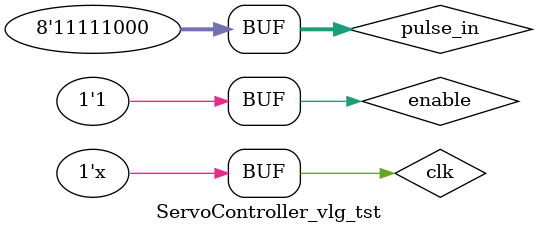
<source format=v>

                                                                                
// Verilog Test Bench template for design : ServoController
// 
// Simulation tool : ModelSim-Altera (Verilog)
// 

`timescale 1 ns/ 1 ps
module ServoController_vlg_tst();

// test vector input registers
reg clk;
reg enable;
reg [7:0] pulse_in;
// wires                                               
wire PWM_out;

pwm_generator #(.PWM_DEPTH(8)) i1			// pwm0 is your instance name
	(//ports 
		.pwm( PWM_out ),					// PWM output signal
		.duty_cycle( pulse_in ),	// PWM duty cycle (vector)
		.rst_n( enable ),			// Active-low reset
		.clk( clk )				// Clock signal
		);

initial                                                
begin                                                  
// code that executes only once                        
// insert code here --> begin    
$display("Running testbench");                      
enable = 0;
clk = 0;
pulse_in = 8'b00001111;
#10
enable = 1;
#20000;
pulse_in = 8'b00111111;
#20000;
pulse_in = 8'b11111000;
#20000;

// --> end                                             
                       
end                                                    
always #10 clk = ~clk;                                              
// optional sensitivity list                           
// @(event1 or event2 or .... eventn)                                                                    
endmodule


</source>
